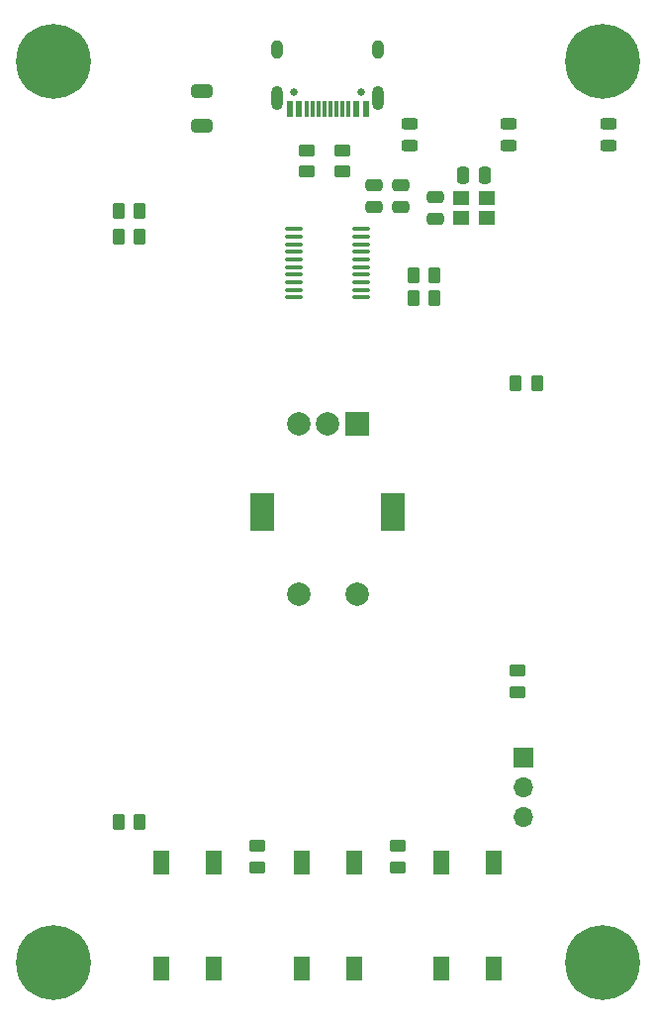
<source format=gts>
%TF.GenerationSoftware,KiCad,Pcbnew,(6.0.5)*%
%TF.CreationDate,2024-07-06T21:19:43+02:00*%
%TF.ProjectId,USB_Knob,5553425f-4b6e-46f6-922e-6b696361645f,rev?*%
%TF.SameCoordinates,Original*%
%TF.FileFunction,Soldermask,Top*%
%TF.FilePolarity,Negative*%
%FSLAX46Y46*%
G04 Gerber Fmt 4.6, Leading zero omitted, Abs format (unit mm)*
G04 Created by KiCad (PCBNEW (6.0.5)) date 2024-07-06 21:19:43*
%MOMM*%
%LPD*%
G01*
G04 APERTURE LIST*
G04 Aperture macros list*
%AMRoundRect*
0 Rectangle with rounded corners*
0 $1 Rounding radius*
0 $2 $3 $4 $5 $6 $7 $8 $9 X,Y pos of 4 corners*
0 Add a 4 corners polygon primitive as box body*
4,1,4,$2,$3,$4,$5,$6,$7,$8,$9,$2,$3,0*
0 Add four circle primitives for the rounded corners*
1,1,$1+$1,$2,$3*
1,1,$1+$1,$4,$5*
1,1,$1+$1,$6,$7*
1,1,$1+$1,$8,$9*
0 Add four rect primitives between the rounded corners*
20,1,$1+$1,$2,$3,$4,$5,0*
20,1,$1+$1,$4,$5,$6,$7,0*
20,1,$1+$1,$6,$7,$8,$9,0*
20,1,$1+$1,$8,$9,$2,$3,0*%
G04 Aperture macros list end*
%ADD10RoundRect,0.250000X-0.262500X-0.450000X0.262500X-0.450000X0.262500X0.450000X-0.262500X0.450000X0*%
%ADD11R,1.400000X1.200000*%
%ADD12R,1.400000X2.100000*%
%ADD13RoundRect,0.250000X0.262500X0.450000X-0.262500X0.450000X-0.262500X-0.450000X0.262500X-0.450000X0*%
%ADD14RoundRect,0.250000X-0.450000X0.262500X-0.450000X-0.262500X0.450000X-0.262500X0.450000X0.262500X0*%
%ADD15RoundRect,0.250000X0.450000X-0.262500X0.450000X0.262500X-0.450000X0.262500X-0.450000X-0.262500X0*%
%ADD16R,1.700000X1.700000*%
%ADD17O,1.700000X1.700000*%
%ADD18C,6.400000*%
%ADD19RoundRect,0.250000X-0.475000X0.250000X-0.475000X-0.250000X0.475000X-0.250000X0.475000X0.250000X0*%
%ADD20RoundRect,0.243750X0.456250X-0.243750X0.456250X0.243750X-0.456250X0.243750X-0.456250X-0.243750X0*%
%ADD21C,0.650000*%
%ADD22R,0.600000X1.450000*%
%ADD23R,0.300000X1.450000*%
%ADD24O,1.000000X2.100000*%
%ADD25O,1.000000X1.600000*%
%ADD26RoundRect,0.250000X-0.650000X0.325000X-0.650000X-0.325000X0.650000X-0.325000X0.650000X0.325000X0*%
%ADD27RoundRect,0.250000X-0.250000X-0.475000X0.250000X-0.475000X0.250000X0.475000X-0.250000X0.475000X0*%
%ADD28RoundRect,0.100000X-0.637500X-0.100000X0.637500X-0.100000X0.637500X0.100000X-0.637500X0.100000X0*%
%ADD29R,2.000000X2.000000*%
%ADD30C,2.000000*%
%ADD31R,2.000000X3.200000*%
%ADD32RoundRect,0.250000X0.475000X-0.250000X0.475000X0.250000X-0.475000X0.250000X-0.475000X-0.250000X0*%
G04 APERTURE END LIST*
D10*
%TO.C,R6*%
X165587500Y-92500000D03*
X167412500Y-92500000D03*
%TD*%
D11*
%TO.C,Y1*%
X160900000Y-78350000D03*
X163100000Y-78350000D03*
X163100000Y-76650000D03*
X160900000Y-76650000D03*
%TD*%
D12*
%TO.C,S1*%
X135250000Y-142550000D03*
X135250000Y-133450000D03*
X139750000Y-142550000D03*
X139750000Y-133450000D03*
%TD*%
D13*
%TO.C,R9*%
X133412500Y-80000000D03*
X131587500Y-80000000D03*
%TD*%
D12*
%TO.C,S2*%
X147250000Y-142550000D03*
X147250000Y-133450000D03*
X151750000Y-142550000D03*
X151750000Y-133450000D03*
%TD*%
D14*
%TO.C,R2*%
X147750000Y-72587500D03*
X147750000Y-74412500D03*
%TD*%
D15*
%TO.C,R11*%
X165750000Y-118912500D03*
X165750000Y-117087500D03*
%TD*%
D16*
%TO.C,J2*%
X166250000Y-124500000D03*
D17*
X166250000Y-127040000D03*
X166250000Y-129580000D03*
%TD*%
D18*
%TO.C,H2*%
X173000000Y-65000000D03*
%TD*%
D10*
%TO.C,R10*%
X156837500Y-85250000D03*
X158662500Y-85250000D03*
%TD*%
D18*
%TO.C,H1*%
X126000000Y-65000000D03*
%TD*%
%TO.C,H4*%
X173000000Y-142000000D03*
%TD*%
D19*
%TO.C,C3*%
X155750000Y-75550000D03*
X155750000Y-77450000D03*
%TD*%
D10*
%TO.C,R8*%
X156837500Y-83250000D03*
X158662500Y-83250000D03*
%TD*%
D20*
%TO.C,D2*%
X165000000Y-72187500D03*
X165000000Y-70312500D03*
%TD*%
%TO.C,D3*%
X173500000Y-72187500D03*
X173500000Y-70312500D03*
%TD*%
D21*
%TO.C,J1*%
X146610000Y-67600000D03*
X152390000Y-67600000D03*
D22*
X152750000Y-69045000D03*
X151950000Y-69045000D03*
D23*
X150750000Y-69045000D03*
X149750000Y-69045000D03*
X149250000Y-69045000D03*
X148250000Y-69045000D03*
D22*
X147050000Y-69045000D03*
X146250000Y-69045000D03*
X146250000Y-69045000D03*
X147050000Y-69045000D03*
D23*
X147750000Y-69045000D03*
X148750000Y-69045000D03*
X150250000Y-69045000D03*
X151250000Y-69045000D03*
D22*
X151950000Y-69045000D03*
X152750000Y-69045000D03*
D24*
X153820000Y-68130000D03*
D25*
X153820000Y-63950000D03*
X145180000Y-63950000D03*
D24*
X145180000Y-68130000D03*
%TD*%
D13*
%TO.C,R7*%
X133412500Y-77750000D03*
X131587500Y-77750000D03*
%TD*%
D15*
%TO.C,R4*%
X143500000Y-133912500D03*
X143500000Y-132087500D03*
%TD*%
D14*
%TO.C,R1*%
X150750000Y-72587500D03*
X150750000Y-74412500D03*
%TD*%
D15*
%TO.C,R5*%
X155500000Y-133912500D03*
X155500000Y-132087500D03*
%TD*%
D18*
%TO.C,H3*%
X126000000Y-142000000D03*
%TD*%
D26*
%TO.C,C1*%
X138750000Y-67525000D03*
X138750000Y-70475000D03*
%TD*%
D27*
%TO.C,C5*%
X161050000Y-74750000D03*
X162950000Y-74750000D03*
%TD*%
D20*
%TO.C,D1*%
X156500000Y-72187500D03*
X156500000Y-70312500D03*
%TD*%
D10*
%TO.C,R3*%
X131587500Y-130000000D03*
X133412500Y-130000000D03*
%TD*%
D28*
%TO.C,U1*%
X146637500Y-79325000D03*
X146637500Y-79975000D03*
X146637500Y-80625000D03*
X146637500Y-81275000D03*
X146637500Y-81925000D03*
X146637500Y-82575000D03*
X146637500Y-83225000D03*
X146637500Y-83875000D03*
X146637500Y-84525000D03*
X146637500Y-85175000D03*
X152362500Y-85175000D03*
X152362500Y-84525000D03*
X152362500Y-83875000D03*
X152362500Y-83225000D03*
X152362500Y-82575000D03*
X152362500Y-81925000D03*
X152362500Y-81275000D03*
X152362500Y-80625000D03*
X152362500Y-79975000D03*
X152362500Y-79325000D03*
%TD*%
D29*
%TO.C,SW1*%
X152000000Y-96000000D03*
D30*
X147000000Y-96000000D03*
X149500000Y-96000000D03*
D31*
X155100000Y-103500000D03*
X143900000Y-103500000D03*
D30*
X147000000Y-110500000D03*
X152000000Y-110500000D03*
%TD*%
D12*
%TO.C,S3*%
X159250000Y-142550000D03*
X159250000Y-133450000D03*
X163750000Y-142550000D03*
X163750000Y-133450000D03*
%TD*%
D19*
%TO.C,C4*%
X158750000Y-76550000D03*
X158750000Y-78450000D03*
%TD*%
D32*
%TO.C,C2*%
X153500000Y-77450000D03*
X153500000Y-75550000D03*
%TD*%
M02*

</source>
